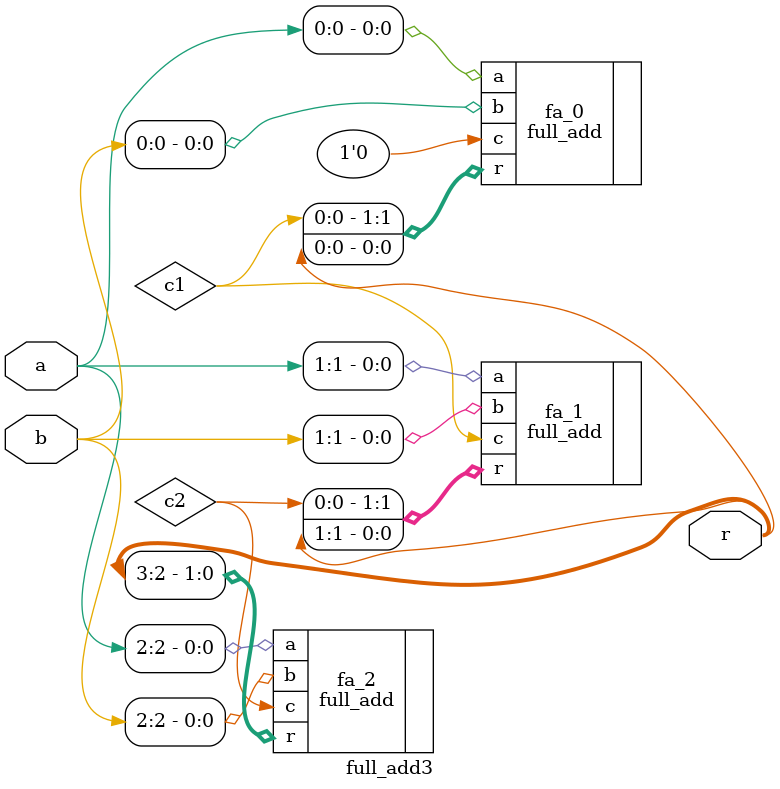
<source format=v>
`timescale 1ns / 1ps
module full_add3(
    input [2:0] a,
    input [2:0] b,
    output [3:0] r
    );
	 wire c1, c2;

	full_add fa_0 (.a(a[0]), .b(b[0]), .c(1'b0), .r( {c1,r[0]} ) );
	full_add fa_1 (.a(a[1]), .b(b[1]), .c(c1), .r( {c2,r[1]} ) );
	full_add fa_2 (.a(a[2]), .b(b[2]), .c(c2), .r( {r[3],r[2]} ) );
	
endmodule

</source>
